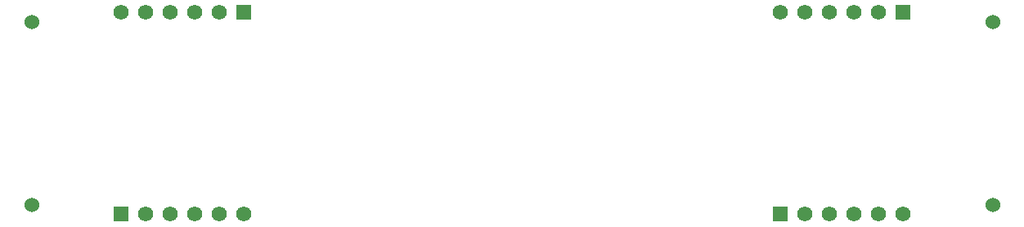
<source format=gtl>
G04*
G04 #@! TF.GenerationSoftware,Altium Limited,Altium Designer,24.0.1 (36)*
G04*
G04 Layer_Physical_Order=1*
G04 Layer_Color=255*
%FSLAX44Y44*%
%MOMM*%
G71*
G04*
G04 #@! TF.SameCoordinates,FE54D643-1383-4C3F-89A0-025996B94EA8*
G04*
G04*
G04 #@! TF.FilePolarity,Positive*
G04*
G01*
G75*
%ADD13C,1.5700*%
%ADD14R,1.5700X1.5700*%
%ADD16C,1.5240*%
D13*
X142700Y249400D02*
D03*
X168100D02*
D03*
X193500D02*
D03*
X218900D02*
D03*
X244300D02*
D03*
X825100D02*
D03*
X850500D02*
D03*
X875900D02*
D03*
X901300D02*
D03*
X926700D02*
D03*
X952100Y40600D02*
D03*
X926700D02*
D03*
X901300D02*
D03*
X875900D02*
D03*
X850500D02*
D03*
X269700D02*
D03*
X244300D02*
D03*
X218900D02*
D03*
X193500D02*
D03*
X168100D02*
D03*
D14*
X269700Y249400D02*
D03*
X952100D02*
D03*
X825100Y40600D02*
D03*
X142700D02*
D03*
D16*
X1044800Y240000D02*
D03*
Y50000D02*
D03*
X50000Y240000D02*
D03*
Y50000D02*
D03*
M02*

</source>
